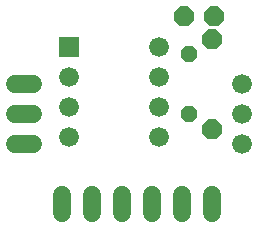
<source format=gbr>
G04 EAGLE Gerber RS-274X export*
G75*
%MOMM*%
%FSLAX34Y34*%
%LPD*%
%INTop Copper*%
%IPPOS*%
%AMOC8*
5,1,8,0,0,1.08239X$1,22.5*%
G01*
%ADD10R,1.676400X1.676400*%
%ADD11C,1.676400*%
%ADD12P,1.814519X8X202.500000*%
%ADD13P,1.814519X8X112.500000*%
%ADD14P,1.429621X8X112.500000*%
%ADD15C,1.524000*%


D10*
X412750Y538800D03*
D11*
X412750Y513400D03*
X412750Y488000D03*
X412750Y462600D03*
X488950Y462600D03*
X488950Y488000D03*
X488950Y513400D03*
X488950Y538800D03*
D12*
X535178Y565404D03*
X509778Y565404D03*
D13*
X533400Y469900D03*
X533400Y546100D03*
D14*
X514350Y482600D03*
X514350Y533400D03*
D11*
X558800Y482600D03*
X558800Y508000D03*
X558800Y457200D03*
D15*
X406400Y414020D02*
X406400Y398780D01*
X431800Y398780D02*
X431800Y414020D01*
X457200Y414020D02*
X457200Y398780D01*
X482600Y398780D02*
X482600Y414020D01*
X382270Y508000D02*
X367030Y508000D01*
X367030Y482600D02*
X382270Y482600D01*
X382270Y457200D02*
X367030Y457200D01*
X533400Y414020D02*
X533400Y398780D01*
X508000Y398780D02*
X508000Y414020D01*
M02*

</source>
